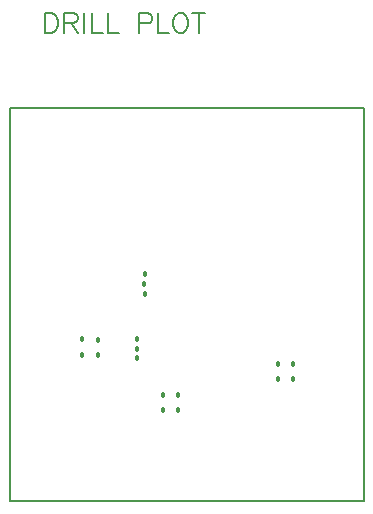
<source format=gbr>
G04 CAM350 V5.0 Date:  Mon Oct 28 13:20:47 2002 *
G04 Database: d:\newjobs\bc-data\1687\1687.pcb *
G04 Layer 3: drl-plot *
%FSTAX24Y24*%
%MOIN*%
%SFA1.000B1.000*%

%MIA0B0*%
%IPPOS*%
%ADD11C,0.01800*%
%ADD12C,0.00800*%
%ADD71C,0.00600*%
%LNdrl-plot*%
G54D11*
%LPD*%
G54D11*
X004493Y007552D03*
X004488Y007216D03*
X004499Y006905D03*
X002415Y005386D03*
Y004876D03*
X002933D03*
X002924Y005377D03*
X004245Y005411D03*
Y005069D03*
Y004766D03*
X0051Y00354D03*
X005608Y003529D03*
X005623Y003031D03*
X005099Y003044D03*
X008941Y004059D03*
X009429D03*
X00944Y004556D03*
X008933D03*
G54D71*
X0Y0D02*
G01X0118D01*
Y0131*
X0*
Y0*
G54D12*
G01X001166Y016256D02*
Y0156D01*
Y016256D02*
X001385D01*
X001478Y016225D01*
X001541Y016162D01*
X001572Y0161D01*
X001603Y016006D01*
Y01585D01*
X001572Y015756D01*
X001541Y015694D01*
X001478Y015631D01*
X001385Y0156D01*
X001166D01*
X001822Y016256D02*
Y0156D01*
Y016256D02*
X002103D01*
X002197Y016225D01*
X002228Y016194D01*
X00226Y016131D01*
Y016069D01*
X002228Y016006D01*
X002197Y015975D01*
X002103Y015944D01*
X001822D01*
X002041D02*
X00226Y0156D01*
X002478Y016256D02*
Y0156D01*
X002728Y016256D02*
Y0156D01*
Y0156D02*
X003103D01*
X00326Y016256D02*
Y0156D01*
Y0156D02*
X003635D01*
X004291Y016256D02*
Y0156D01*
Y016256D02*
X004572D01*
X004666Y016225D01*
X004697Y016194D01*
X004728Y016131D01*
Y016037D01*
X004697Y015975D01*
X004666Y015944D01*
X004572Y015912D01*
X004291D01*
X004947Y016256D02*
Y0156D01*
Y0156D02*
X005322D01*
X005635Y016256D02*
X005572Y016225D01*
X00551Y016162D01*
X005478Y0161D01*
X005447Y016006D01*
Y01585D01*
X005478Y015756D01*
X00551Y015694D01*
X005572Y015631D01*
X005635Y0156D01*
X00576D01*
X005822Y015631D01*
X005885Y015694D01*
X005916Y015756D01*
X005947Y01585D01*
Y016006D01*
X005916Y0161D01*
X005885Y016162D01*
X005822Y016225D01*
X00576Y016256D01*
X005635D01*
X006291D02*
Y0156D01*
X006072Y016256D02*
X00651D01*
M02*

</source>
